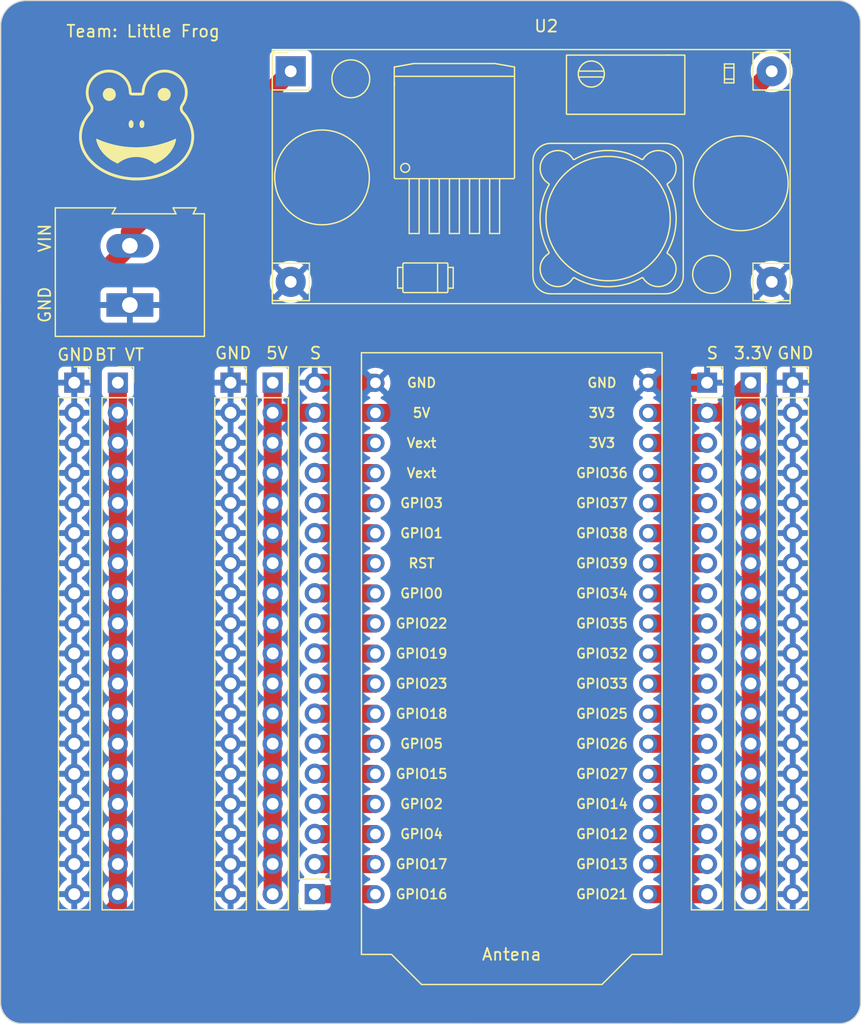
<source format=kicad_pcb>
(kicad_pcb (version 20221018) (generator pcbnew)
  (layers (0 "F.Cu" signal) (31 "B.Cu" signal) (34 "B.Paste" user) (35 "F.Paste" user) (36 "B.SilkS" user "B.Silkscreen") (37 "F.SilkS" user "F.Silkscreen") (38 "B.Mask" user) (39 "F.Mask" user) (44 "Edge.Cuts" user))
  (net 0 "")
  (net 1 "Net-(J1-Pin_1)")
  (net 2 "Net-(J1-Pin_2)")
  (net 3 "Net-(J1-Pin_3)")
  (net 4 "Net-(J1-Pin_4)")
  (net 5 "Net-(J1-Pin_5)")
  (net 6 "Net-(J1-Pin_6)")
  (net 7 "Net-(J1-Pin_7)")
  (net 8 "Net-(J1-Pin_8)")
  (net 9 "Net-(J1-Pin_9)")
  (net 10 "Net-(J1-Pin_10)")
  (net 11 "Net-(J1-Pin_11)")
  (net 12 "Net-(J1-Pin_12)")
  (net 13 "Net-(J1-Pin_13)")
  (net 14 "Net-(J1-Pin_14)")
  (net 15 "Net-(J1-Pin_15)")
  (net 16 "Net-(J1-Pin_16)")
  (net 17 "Net-(J1-Pin_17)")
  (net 18 "GND")
  (net 19 "Net-(J2-Pin_2)")
  (net 20 "Net-(J2-Pin_3)")
  (net 21 "Net-(J2-Pin_4)")
  (net 22 "Net-(J2-Pin_5)")
  (net 23 "Net-(J2-Pin_6)")
  (net 24 "Net-(J2-Pin_7)")
  (net 25 "Net-(J2-Pin_8)")
  (net 26 "Net-(J2-Pin_9)")
  (net 27 "Net-(J2-Pin_10)")
  (net 28 "Net-(J2-Pin_11)")
  (net 29 "Net-(J2-Pin_12)")
  (net 30 "Net-(J2-Pin_13)")
  (net 31 "Net-(J2-Pin_14)")
  (net 32 "Net-(J2-Pin_15)")
  (net 33 "Net-(J2-Pin_16)")
  (net 34 "Net-(J2-Pin_17)")
  (net 35 "Net-(J2-Pin_18)")
  (net 36 "Net-(J7-Pin_2)")
  (footprint "Connector_PinSocket_2.54mm:PinSocket_1x18_P2.54mm_Vertical" (layer "F.Cu") (at 164.465 71.755)
    (fp_text reference "J3" hide)
    (fp_text value "Conn_01x18_Socket" hide)
    (pad "1" thru_hole rect (at 0 0) (size 1.7 1.7) (drill 1) (layers "*.Cu" "*.Mask") (net 19 "Net-(J2-Pin_2)"))
    (pad "2" thru_hole oval (at 0 2.54) (size 1.7 1.7) (drill 1) (layers "*.Cu" "*.Mask") (net 19 "Net-(J2-Pin_2)"))
    (pad "3" thru_hole oval (at 0 5.08) (size 1.7 1.7) (drill 1) (layers "*.Cu" "*.Mask") (net 19 "Net-(J2-Pin_2)"))
    (pad "4" thru_hole oval (at 0 7.62) (size 1.7 1.7) (drill 1) (layers "*.Cu" "*.Mask") (net 19 "Net-(J2-Pin_2)"))
    (pad "5" thru_hole oval (at 0 10.16) (size 1.7 1.7) (drill 1) (layers "*.Cu" "*.Mask") (net 19 "Net-(J2-Pin_2)"))
    (pad "6" thru_hole oval (at 0 12.7) (size 1.7 1.7) (drill 1) (layers "*.Cu" "*.Mask") (net 19 "Net-(J2-Pin_2)"))
    (pad "7" thru_hole oval (at 0 15.24) (size 1.7 1.7) (drill 1) (layers "*.Cu" "*.Mask") (net 19 "Net-(J2-Pin_2)"))
    (pad "8" thru_hole oval (at 0 17.78) (size 1.7 1.7) (drill 1) (layers "*.Cu" "*.Mask") (net 19 "Net-(J2-Pin_2)"))
    (pad "9" thru_hole oval (at 0 20.32) (size 1.7 1.7) (drill 1) (layers "*.Cu" "*.Mask") (net 19 "Net-(J2-Pin_2)"))
    (pad "10" thru_hole oval (at 0 22.86) (size 1.7 1.7) (drill 1) (layers "*.Cu" "*.Mask") (net 19 "Net-(J2-Pin_2)"))
    (pad "11" thru_hole oval (at 0 25.4) (size 1.7 1.7) (drill 1) (layers "*.Cu" "*.Mask") (net 19 "Net-(J2-Pin_2)"))
    (pad "12" thru_hole oval (at 0 27.94) (size 1.7 1.7) (drill 1) (layers "*.Cu" "*.Mask") (net 19 "Net-(J2-Pin_2)"))
    (pad "13" thru_hole oval (at 0 30.48) (size 1.7 1.7) (drill 1) (layers "*.Cu" "*.Mask") (net 19 "Net-(J2-Pin_2)"))
    (pad "14" thru_hole oval (at 0 33.02) (size 1.7 1.7) (drill 1) (layers "*.Cu" "*.Mask") (net 19 "Net-(J2-Pin_2)"))
    (pad "15" thru_hole oval (at 0 35.56) (size 1.7 1.7) (drill 1) (layers "*.Cu" "*.Mask") (net 19 "Net-(J2-Pin_2)"))
    (pad "16" thru_hole oval (at 0 38.1) (size 1.7 1.7) (drill 1) (layers "*.Cu" "*.Mask") (net 19 "Net-(J2-Pin_2)"))
    (pad "17" thru_hole oval (at 0 40.64) (size 1.7 1.7) (drill 1) (layers "*.Cu" "*.Mask") (net 19 "Net-(J2-Pin_2)"))
    (pad "18" thru_hole oval (at 0 43.18) (size 1.7 1.7) (drill 1) (layers "*.Cu" "*.Mask") (net 19 "Net-(J2-Pin_2)"))
  )
  (footprint "voltage regulator esp lora:DCDC_StepDown_LM2596" (layer "F.Cu") (at 125.603 45.466)
    (fp_text reference "U2" (at 21.59 -3.81) (layer "F.SilkS"))
    (fp_text value "DCDC_StepDown_LM2596")
    (pad "1" thru_hole rect (at 0 0) (size 2.54 2.54) (drill 1) (layers "*.Cu" "*.Mask") (net 36 "Net-(J7-Pin_2)"))
    (pad "2" thru_hole circle (at 0 17.78) (size 2.54 2.54) (drill 1) (layers "*.Cu" "*.Mask") (net 18 "GND"))
    (pad "3" thru_hole circle (at 40.64 17.78) (size 2.54 2.54) (drill 1) (layers "*.Cu" "*.Mask") (net 18 "GND"))
    (pad "4" thru_hole circle (at 40.64 0) (size 2.54 2.54) (drill 1) (layers "*.Cu" "*.Mask") (net 17 "Net-(J1-Pin_17)"))
  )
  (footprint "Connector_PinSocket_2.54mm:PinSocket_1x18_P2.54mm_Vertical" (layer "F.Cu") (at 127.635 114.935 180)
    (fp_text reference "J1" hide)
    (fp_text value "Conn_01x18_Socket")
    (pad "1" thru_hole rect (at 0 0 180) (size 1.7 1.7) (drill 1) (layers "*.Cu" "*.Mask") (net 1 "Net-(J1-Pin_1)"))
    (pad "2" thru_hole oval (at 0 2.54 180) (size 1.7 1.7) (drill 1) (layers "*.Cu" "*.Mask") (net 2 "Net-(J1-Pin_2)"))
    (pad "3" thru_hole oval (at 0 5.08 180) (size 1.7 1.7) (drill 1) (layers "*.Cu" "*.Mask") (net 3 "Net-(J1-Pin_3)"))
    (pad "4" thru_hole oval (at 0 7.62 180) (size 1.7 1.7) (drill 1) (layers "*.Cu" "*.Mask") (net 4 "Net-(J1-Pin_4)"))
    (pad "5" thru_hole oval (at 0 10.16 180) (size 1.7 1.7) (drill 1) (layers "*.Cu" "*.Mask") (net 5 "Net-(J1-Pin_5)"))
    (pad "6" thru_hole oval (at 0 12.7 180) (size 1.7 1.7) (drill 1) (layers "*.Cu" "*.Mask") (net 6 "Net-(J1-Pin_6)"))
    (pad "7" thru_hole oval (at 0 15.24 180) (size 1.7 1.7) (drill 1) (layers "*.Cu" "*.Mask") (net 7 "Net-(J1-Pin_7)"))
    (pad "8" thru_hole oval (at 0 17.78 180) (size 1.7 1.7) (drill 1) (layers "*.Cu" "*.Mask") (net 8 "Net-(J1-Pin_8)"))
    (pad "9" thru_hole oval (at 0 20.32 180) (size 1.7 1.7) (drill 1) (layers "*.Cu" "*.Mask") (net 9 "Net-(J1-Pin_9)"))
    (pad "10" thru_hole oval (at 0 22.86 180) (size 1.7 1.7) (drill 1) (layers "*.Cu" "*.Mask") (net 10 "Net-(J1-Pin_10)"))
    (pad "11" thru_hole oval (at 0 25.4 180) (size 1.7 1.7) (drill 1) (layers "*.Cu" "*.Mask") (net 11 "Net-(J1-Pin_11)"))
    (pad "12" thru_hole oval (at 0 27.94 180) (size 1.7 1.7) (drill 1) (layers "*.Cu" "*.Mask") (net 12 "Net-(J1-Pin_12)"))
    (pad "13" thru_hole oval (at 0 30.48 180) (size 1.7 1.7) (drill 1) (layers "*.Cu" "*.Mask") (net 13 "Net-(J1-Pin_13)"))
    (pad "14" thru_hole oval (at 0 33.02 180) (size 1.7 1.7) (drill 1) (layers "*.Cu" "*.Mask") (net 14 "Net-(J1-Pin_14)"))
    (pad "15" thru_hole oval (at 0 35.56 180) (size 1.7 1.7) (drill 1) (layers "*.Cu" "*.Mask") (net 15 "Net-(J1-Pin_15)"))
    (pad "16" thru_hole oval (at 0 38.1 180) (size 1.7 1.7) (drill 1) (layers "*.Cu" "*.Mask") (net 16 "Net-(J1-Pin_16)"))
    (pad "17" thru_hole oval (at 0 40.64 180) (size 1.7 1.7) (drill 1) (layers "*.Cu" "*.Mask") (net 17 "Net-(J1-Pin_17)"))
    (pad "18" thru_hole oval (at 0 43.18 180) (size 1.7 1.7) (drill 1) (layers "*.Cu" "*.Mask") (net 18 "GND"))
  )
  (footprint "Connector_PinSocket_2.54mm:PinSocket_1x18_P2.54mm_Vertical" (layer "F.Cu") (at 120.523 71.755)
    (fp_text reference "J6" hide)
    (fp_text value "Conn_01x18_Socket" hide)
    (pad "1" thru_hole rect (at 0 0) (size 1.7 1.7) (drill 1) (layers "*.Cu" "*.Mask") (net 18 "GND"))
    (pad "2" thru_hole oval (at 0 2.54) (size 1.7 1.7) (drill 1) (layers "*.Cu" "*.Mask") (net 18 "GND"))
    (pad "3" thru_hole oval (at 0 5.08) (size 1.7 1.7) (drill 1) (layers "*.Cu" "*.Mask") (net 18 "GND"))
    (pad "4" thru_hole oval (at 0 7.62) (size 1.7 1.7) (drill 1) (layers "*.Cu" "*.Mask") (net 18 "GND"))
    (pad "5" thru_hole oval (at 0 10.16) (size 1.7 1.7) (drill 1) (layers "*.Cu" "*.Mask") (net 18 "GND"))
    (pad "6" thru_hole oval (at 0 12.7) (size 1.7 1.7) (drill 1) (layers "*.Cu" "*.Mask") (net 18 "GND"))
    (pad "7" thru_hole oval (at 0 15.24) (size 1.7 1.7) (drill 1) (layers "*.Cu" "*.Mask") (net 18 "GND"))
    (pad "8" thru_hole oval (at 0 17.78) (size 1.7 1.7) (drill 1) (layers "*.Cu" "*.Mask") (net 18 "GND"))
    (pad "9" thru_hole oval (at 0 20.32) (size 1.7 1.7) (drill 1) (layers "*.Cu" "*.Mask") (net 18 "GND"))
    (pad "10" thru_hole oval (at 0 22.86) (size 1.7 1.7) (drill 1) (layers "*.Cu" "*.Mask") (net 18 "GND"))
    (pad "11" thru_hole oval (at 0 25.4) (size 1.7 1.7) (drill 1) (layers "*.Cu" "*.Mask") (net 18 "GND"))
    (pad "12" thru_hole oval (at 0 27.94) (size 1.7 1.7) (drill 1) (layers "*.Cu" "*.Mask") (net 18 "GND"))
    (pad "13" thru_hole oval (at 0 30.48) (size 1.7 1.7) (drill 1) (layers "*.Cu" "*.Mask") (net 18 "GND"))
    (pad "14" thru_hole oval (at 0 33.02) (size 1.7 1.7) (drill 1) (layers "*.Cu" "*.Mask") (net 18 "GND"))
    (pad "15" thru_hole oval (at 0 35.56) (size 1.7 1.7) (drill 1) (layers "*.Cu" "*.Mask") (net 18 "GND"))
    (pad "16" thru_hole oval (at 0 38.1) (size 1.7 1.7) (drill 1) (layers "*.Cu" "*.Mask") (net 18 "GND"))
    (pad "17" thru_hole oval (at 0 40.64) (size 1.7 1.7) (drill 1) (layers "*.Cu" "*.Mask") (net 18 "GND"))
    (pad "18" thru_hole oval (at 0 43.18) (size 1.7 1.7) (drill 1) (layers "*.Cu" "*.Mask") (net 18 "GND"))
  )
  (footprint "Connector_PinSocket_2.54mm:PinSocket_1x18_P2.54mm_Vertical" (layer "F.Cu") (at 110.998 71.755)
    (fp_text reference "J8" hide)
    (fp_text value "Conn_01x18_Socket" hide)
    (pad "1" thru_hole rect (at 0 0) (size 1.7 1.7) (drill 1) (layers "*.Cu" "*.Mask") (net 36 "Net-(J7-Pin_2)"))
    (pad "2" thru_hole oval (at 0 2.54) (size 1.7 1.7) (drill 1) (layers "*.Cu" "*.Mask") (net 36 "Net-(J7-Pin_2)"))
    (pad "3" thru_hole oval (at 0 5.08) (size 1.7 1.7) (drill 1) (layers "*.Cu" "*.Mask") (net 36 "Net-(J7-Pin_2)"))
    (pad "4" thru_hole oval (at 0 7.62) (size 1.7 1.7) (drill 1) (layers "*.Cu" "*.Mask") (net 36 "Net-(J7-Pin_2)"))
    (pad "5" thru_hole oval (at 0 10.16) (size 1.7 1.7) (drill 1) (layers "*.Cu" "*.Mask") (net 36 "Net-(J7-Pin_2)"))
    (pad "6" thru_hole oval (at 0 12.7) (size 1.7 1.7) (drill 1) (layers "*.Cu" "*.Mask") (net 36 "Net-(J7-Pin_2)"))
    (pad "7" thru_hole oval (at 0 15.24) (size 1.7 1.7) (drill 1) (layers "*.Cu" "*.Mask") (net 36 "Net-(J7-Pin_2)"))
    (pad "8" thru_hole oval (at 0 17.78) (size 1.7 1.7) (drill 1) (layers "*.Cu" "*.Mask") (net 36 "Net-(J7-Pin_2)"))
    (pad "9" thru_hole oval (at 0 20.32) (size 1.7 1.7) (drill 1) (layers "*.Cu" "*.Mask") (net 36 "Net-(J7-Pin_2)"))
    (pad "10" thru_hole oval (at 0 22.86) (size 1.7 1.7) (drill 1) (layers "*.Cu" "*.Mask") (net 36 "Net-(J7-Pin_2)"))
    (pad "11" thru_hole oval (at 0 25.4) (size 1.7 1.7) (drill 1) (layers "*.Cu" "*.Mask") (net 36 "Net-(J7-Pin_2)"))
    (pad "12" thru_hole oval (at 0 27.94) (size 1.7 1.7) (drill 1) (layers "*.Cu" "*.Mask") (net 36 "Net-(J7-Pin_2)"))
    (pad "13" thru_hole oval (at 0 30.48) (size 1.7 1.7) (drill 1) (layers "*.Cu" "*.Mask") (net 36 "Net-(J7-Pin_2)"))
    (pad "14" thru_hole oval (at 0 33.02) (size 1.7 1.7) (drill 1) (layers "*.Cu" "*.Mask") (net 36 "Net-(J7-Pin_2)"))
    (pad "15" thru_hole oval (at 0 35.56) (size 1.7 1.7) (drill 1) (layers "*.Cu" "*.Mask") (net 36 "Net-(J7-Pin_2)"))
    (pad "16" thru_hole oval (at 0 38.1) (size 1.7 1.7) (drill 1) (layers "*.Cu" "*.Mask") (net 36 "Net-(J7-Pin_2)"))
    (pad "17" thru_hole oval (at 0 40.64) (size 1.7 1.7) (drill 1) (layers "*.Cu" "*.Mask") (net 36 "Net-(J7-Pin_2)"))
    (pad "18" thru_hole oval (at 0 43.18) (size 1.7 1.7) (drill 1) (layers "*.Cu" "*.Mask") (net 36 "Net-(J7-Pin_2)"))
  )
  (footprint "esp32_Lora_footprint:esp32Lora_foot_Print" (layer "F.Cu") (at 144.28 97.168)
    (fp_text reference "U1" hide)
    (fp_text value "~")
    (fp_text user "GPIO0" (at -7.62 -7.62) (layer "F.SilkS") (effects (font (size 0.8 0.8))))
    (fp_text user "GPIO36" (at 7.62 -17.78) (layer "F.SilkS") (effects (font (size 0.8 0.8))))
    (fp_text user "3V3" (at 7.62 -20.32) (layer "F.SilkS") (effects (font (size 0.8 0.8))))
    (fp_text user "GPIO23" (at -7.62 0) (layer "F.SilkS") (effects (font (size 0.8 0.8))))
    (fp_text user "RST" (at -7.62 -10.16) (layer "F.SilkS") (effects (font (size 0.8 0.8))))
    (fp_text user "GPIO26" (at 7.62 5.08) (layer "F.SilkS") (effects (font (size 0.8 0.8))))
    (fp_text user "GPIO5" (at -7.62 5.08) (layer "F.SilkS") (effects (font (size 0.8 0.8))))
    (fp_text user "GPIO35" (at 7.62 -5.08) (layer "F.SilkS") (effects (font (size 0.8 0.8))))
    (fp_text user "GPIO3" (at -7.62 -15.24) (layer "F.SilkS") (effects (font (size 0.8 0.8))))
    (fp_text user "Vext" (at -7.62 -17.78) (layer "F.SilkS") (effects (font (size 0.8 0.8))))
    (fp_text user "GND" (at 7.62 -25.4) (layer "F.SilkS") (effects (font (size 0.8 0.8))))
    (fp_text user "GPIO38" (at 7.62 -12.7) (layer "F.SilkS") (effects (font (size 0.8 0.8))))
    (fp_text user "GPIO13" (at 7.62 15.24) (layer "F.SilkS") (effects (font (size 0.8 0.8))))
    (fp_text user "GPIO33" (at 7.62 0) (layer "F.SilkS") (effects (font (size 0.8 0.8))))
    (fp_text user "GPIO39" (at 7.62 -10.16) (layer "F.SilkS") (effects (font (size 0.8 0.8))))
    (fp_text user "GPIO25" (at 7.62 2.54) (layer "F.SilkS") (effects (font (size 0.8 0.8))))
    (fp_text user "GPIO18" (at -7.62 2.54) (layer "F.SilkS") (effects (font (size 0.8 0.8))))
    (fp_text user "GPIO27" (at 7.62 7.62) (layer "F.SilkS") (effects (font (size 0.8 0.8))))
    (fp_text user "GPIO12" (at 7.62 12.7) (layer "F.SilkS") (effects (font (size 0.8 0.8))))
    (fp_text user "GND" (at -7.62 -25.4) (layer "F.SilkS") (effects (font (size 0.8 0.8))))
    (fp_text user "GPIO4" (at -7.62 12.7) (layer "F.SilkS") (effects (font (size 0.8 0.8))))
    (fp_text user "GPIO22" (at -7.62 -5.08) (layer "F.SilkS") (effects (font (size 0.8 0.8))))
    (fp_text user "Vext" (at -7.62 -20.32) (layer "F.SilkS") (effects (font (size 0.8 0.8))))
    (fp_text user "GPIO21" (at 7.62 17.78) (layer "F.SilkS") (effects (font (size 0.8 0.8))))
    (fp_text user "GPIO14" (at 7.62 10.16) (layer "F.SilkS") (effects (font (size 0.8 0.8))))
    (fp_text user "GPIO16" (at -7.62 17.78) (layer "F.SilkS") (effects (font (size 0.8 0.8))))
    (fp_text user "5V" (at -7.62 -22.86) (layer "F.SilkS") (effects (font (size 0.8 0.8))))
    (fp_text user "GPIO15" (at -7.62 7.62) (layer "F.SilkS") (effects (font (size 0.8 0.8))))
    (fp_text user "GPIO1" (at -7.62 -12.7) (layer "F.SilkS") (effects (font (size 0.8 0.8))))
    (fp_text user "GPIO2" (at -7.62 10.16) (layer "F.SilkS") (effects (font (size 0.8 0.8))))
    (fp_text user "GPIO17" (at -7.62 15.24) (layer "F.SilkS") (effects (font (size 0.8 0.8))))
    (fp_text user "GPIO37" (at 7.62 -15.24) (layer "F.SilkS") (effects (font (size 0.8 0.8))))
    (fp_text user "GPIO19" (at -7.62 -2.54) (layer "F.SilkS") (effects (font (size 0.8 0.8))))
    (fp_text user "GPIO32" (at 7.62 -2.54) (layer "F.SilkS") (effects (font (size 0.8 0.8))))
    (fp_text user "3V3" (at 7.62 -22.86) (layer "F.SilkS") (effects (font (size 0.8 0.8))))
    (fp_text user "Antena" (at 0 22.86) (layer "F.SilkS"))
    (fp_text user "GPIO34" (at 7.62 -7.62) (layer "F.SilkS") (effects (font (size 0.8 0.8))))
    (pad "J2-1" thru_hole circle (at -11.515 -25.4) (size 1.524 1.524) (drill 0.9) (layers "*.Cu" "*.Mask") (net 18 "GND"))
    (pad "J2-2" thru_hole circle (at -11.515 -22.86) (size 1.524 1.524) (drill 0.9) (layers "*.Cu" "*.Mask") (net 17 "Net-(J1-Pin_17)"))
    (pad "J2-3" thru_hole circle (at -11.515 -20.32) (size 1.524 1.524) (drill 0.9) (layers "*.Cu" "*.Mask") (net 16 "Net-(J1-Pin_16)"))
    (pad "J2-4" thru_hole circle (at -11.515 -17.78) (size 1.524 1.524) (drill 0.9) (layers "*.Cu" "*.Mask") (net 15 "Net-(J1-Pin_15)"))
    (pad "J2-5" thru_hole circle (at -11.515 -15.24) (size 1.524 1.524) (drill 0.9) (layers "*.Cu" "*.Mask") (net 14 "Net-(J1-Pin_14)"))
    (pad "J2-6" thru_hole circle (at -11.515 -12.7) (size 1.524 1.524) (drill 0.9) (layers "*.Cu" "*.Mask") (net 13 "Net-(J1-Pin_13)"))
    (pad "J2-7" thru_hole circle (at -11.515 -10.16) (size 1.524 1.524) (drill 0.9) (layers "*.Cu" "*.Mask") (net 12 "Net-(J1-Pin_12)"))
    (pad "J2-8" thru_hole circle (at -11.515 -7.62) (size 1.524 1.524) (drill 0.9) (layers "*.Cu" "*.Mask") (net 11 "Net-(J1-Pin_11)"))
    (pad "J2-9" thru_hole circle (at -11.515 -5.08) (size 1.524 1.524) (drill 0.9) (layers "*.Cu" "*.Mask") (net 10 "Net-(J1-Pin_10)"))
    (pad "J2-10" thru_hole circle (at -11.515 -2.54) (size 1.524 1.524) (drill 0.9) (layers "*.Cu" "*.Mask") (net 9 "Net-(J1-Pin_9)"))
    (pad "J2-11" thru_hole circle (at -11.515 0) (size 1.524 1.524) (drill 0.9) (layers "*.Cu" "*.Mask") (net 8 "Net-(J1-Pin_8)"))
    (pad "J2-12" thru_hole circle (at -11.515 2.54) (size 1.524 1.524) (drill 0.9) (layers "*.Cu" "*.Mask") (net 7 "Net-(J1-Pin_7)"))
    (pad "J2-13" thru_hole circle (at -11.515 5.08) (size 1.524 1.524) (drill 0.9) (layers "*.Cu" "*.Mask") (net 6 "Net-(J1-Pin_6)"))
    (pad "J2-14" thru_hole circle (at -11.515 7.62) (size 1.524 1.524) (drill 0.9) (layers "*.Cu" "*.Mask") (net 5 "Net-(J1-Pin_5)"))
    (pad "J2-15" thru_hole circle (at -11.515 10.16) (size 1.524 1.524) (drill 0.9) (layers "*.Cu" "*.Mask") (net 4 "Net-(J1-Pin_4)"))
    (pad "J2-16" thru_hole circle (at -11.515 12.7) (size 1.524 1.524) (drill 0.9) (layers "*.Cu" "*.Mask") (net 3 "Net-(J1-Pin_3)"))
    (pad "J2-17" thru_hole circle (at -11.515 15.24) (size 1.524 1.524) (drill 0.9) (layers "*.Cu" "*.Mask") (net 2 "Net-(J1-Pin_2)"))
    (pad "J2-18" thru_hole circle (at -11.515 17.78) (size 1.524 1.524) (drill 0.9) (layers "*.Cu" "*.Mask") (net 1 "Net-(J1-Pin_1)"))
    (pad "J3-1" thru_hole circle (at 11.515 -25.4) (size 1.524 1.524) (drill 0.9) (layers "*.Cu" "*.Mask") (net 18 "GND"))
    (pad "J3-2" thru_hole circle (at 11.515 -22.86) (size 1.524 1.524) (drill 0.9) (layers "*.Cu" "*.Mask") (net 19 "Net-(J2-Pin_2)"))
    (pad "J3-3" thru_hole circle (at 11.515 -20.32) (size 1.524 1.524) (drill 0.9) (layers "*.Cu" "*.Mask") (net 20 "Net-(J2-Pin_3)"))
    (pad "J3-4" thru_hole circle (at 11.515 -17.78) (size 1.524 1.524) (drill 0.9) (layers "*.Cu" "*.Mask") (net 21 "Net-(J2-Pin_4)"))
    (pad "J3-5" thru_hole circle (at 11.515 -15.24) (size 1.524 1.524) (drill 0.9) (layers "*.Cu" "*.Mask") (net 22 "Net-(J2-Pin_5)"))
    (pad "J3-6" thru_hole circle (at 11.515 -12.7) (size 1.524 1.524) (drill 0.9) (layers "*.Cu" "*.Mask") (net 23 "Net-(J2-Pin_6)"))
    (pad "J3-7" thru_hole circle (at 11.515 -10.16) (size 1.524 1.524) (drill 0.9) (layers "*.Cu" "*.Mask") (net 24 "Net-(J2-Pin_7)"))
    (pad "J3-8" thru_hole circle (at 11.515 -7.62) (size 1.524 1.524) (drill 0.9) (layers "*.Cu" "*.Mask") (net 25 "Net-(J2-Pin_8)"))
    (pad "J3-9" thru_hole circle (at 11.515 -5.08) (size 1.524 1.524) (drill 0.9) (layers "*.Cu" "*.Mask") (net 26 "Net-(J2-Pin_9)"))
    (pad "J3-10" thru_hole circle (at 11.515 -2.54) (size 1.524 1.524) (drill 0.9) (layers "*.Cu" "*.Mask") (net 27 "Net-(J2-Pin_10)"))
    (pad "J3-11" thru_hole circle (at 11.515 0) (size 1.524 1.524) (drill 0.9) (layers "*.Cu" "*.Mask") (net 28 "Net-(J2-Pin_11)"))
    (pad "J3-12" thru_hole circle (at 11.515 2.54) (size 1.524 1.524) (drill 0.9) (layers "*.Cu" "*.Mask") (net 29 "Net-(J2-Pin_12)"))
    (pad "J3-13" thru_hole circle (at 11.515 5.08) (size 1.524 1.524) (drill 0.9) (layers "*.Cu" "*.Mask") (net 30 "Net-(J2-Pin_13)"))
    (pad "J3-14" thru_hole circle (at 11.515 7.62) (size 1.524 1.524) (drill 0.9) (layers "*.Cu" "*.Mask") (net 31 "Net-(J2-Pin_14)"))
    (pad "J3-15" thru_hole circle (at 11.515 10.16) (size 1.524 1.524) (drill 0.9) (layers "*.Cu" "*.Mask") (net 32 "Net-(J2-Pin_15)"))
    (pad "J3-16" thru_hole circle (at 11.515 12.7) (size 1.524 1.524) (drill 0.9) (layers "*.Cu" "*.Mask") (net 33 "Net-(J2-Pin_16)"))
    (pad "J3-17" thru_hole circle (at 11.515 15.24) (size 1.524 1.524) (drill 0.9) (layers "*.Cu" "*.Mask") (net 34 "Net-(J2-Pin_17)"))
    (pad "J3-18" thru_hole circle (at 11.515 17.78) (size 1.524 1.524) (drill 0.9) (layers "*.Cu" "*.Mask") (net 35 "Net-(J2-Pin_18)"))
  )
  (footprint "Connector_PinSocket_2.54mm:PinSocket_1x18_P2.54mm_Vertical" (layer "F.Cu") (at 124.079 71.755)
    (fp_text reference "J5" hide)
    (fp_text value "Conn_01x18_Socket" hide)
    (pad "1" thru_hole rect (at 0 0) (size 1.7 1.7) (drill 1) (layers "*.Cu" "*.Mask") (net 17 "Net-(J1-Pin_17)"))
    (pad "2" thru_hole oval (at 0 2.54) (size 1.7 1.7) (drill 1) (layers "*.Cu" "*.Mask") (net 17 "Net-(J1-Pin_17)"))
    (pad "3" thru_hole oval (at 0 5.08) (size 1.7 1.7) (drill 1) (layers "*.Cu" "*.Mask") (net 17 "Net-(J1-Pin_17)"))
    (pad "4" thru_hole oval (at 0 7.62) (size 1.7 1.7) (drill 1) (layers "*.Cu" "*.Mask") (net 17 "Net-(J1-Pin_17)"))
    (pad "5" thru_hole oval (at 0 10.16) (size 1.7 1.7) (drill 1) (layers "*.Cu" "*.Mask") (net 17 "Net-(J1-Pin_17)"))
    (pad "6" thru_hole oval (at 0 12.7) (size 1.7 1.7) (drill 1) (layers "*.Cu" "*.Mask") (net 17 "Net-(J1-Pin_17)"))
    (pad "7" thru_hole oval (at 0 15.24) (size 1.7 1.7) (drill 1) (layers "*.Cu" "*.Mask") (net 17 "Net-(J1-Pin_17)"))
    (pad "8" thru_hole oval (at 0 17.78) (size 1.7 1.7) (drill 1) (layers "*.Cu" "*.Mask") (net 17 "Net-(J1-Pin_17)"))
    (pad "9" thru_hole oval (at 0 20.32) (size 1.7 1.7) (drill 1) (layers "*.Cu" "*.Mask") (net 17 "Net-(J1-Pin_17)"))
    (pad "10" thru_hole oval (at 0 22.86) (size 1.7 1.7) (drill 1) (layers "*.Cu" "*.Mask") (net 17 "Net-(J1-Pin_17)"))
    (pad "11" thru_hole oval (at 0 25.4) (size 1.7 1.7) (drill 1) (layers "*.Cu" "*.Mask") (net 17 "Net-(J1-Pin_17)"))
    (pad "12" thru_hole oval (at 0 27.94) (size 1.7 1.7) (drill 1) (layers "*.Cu" "*.Mask") (net 17 "Net-(J1-Pin_17)"))
    (pad "13" thru_hole oval (at 0 30.48) (size 1.7 1.7) (drill 1) (layers "*.Cu" "*.Mask") (net 17 "Net-(J1-Pin_17)"))
    (pad "14" thru_hole oval (at 0 33.02) (size 1.7 1.7) (drill 1) (layers "*.Cu" "*.Mask") (net 17 "Net-(J1-Pin_17)"))
    (pad "15" thru_hole oval (at 0 35.56) (size 1.7 1.7) (drill 1) (layers "*.Cu" "*.Mask") (net 17 "Net-(J1-Pin_17)"))
    (pad "16" thru_hole oval (at 0 38.1) (size 1.7 1.7) (drill 1) (layers "*.Cu" "*.Mask") (net 17 "Net-(J1-Pin_17)"))
    (pad "17" thru_hole oval (at 0 40.64) (size 1.7 1.7) (drill 1) (layers "*.Cu" "*.Mask") (net 17 "Net-(J1-Pin_17)"))
    (pad "18" thru_hole oval (at 0 43.18) (size 1.7 1.7) (drill 1) (layers "*.Cu" "*.Mask") (net 17 "Net-(J1-Pin_17)"))
  )
  (footprint "TerminalBlock:TerminalBlock_Altech_AK300-2_P5.00mm" (layer "F.Cu") (at 112.014 65.198 90)
    (fp_text reference "J7" hide)
    (fp_text value "Screw_Terminal_01x02")
    (pad "1" thru_hole rect (at 0 0 90) (size 1.98 3.96) (drill 1.32) (layers "*.Cu" "*.Mask") (net 18 "GND"))
    (pad "2" thru_hole oval (at 5 0 90) (size 1.98 3.96) (drill 1.32) (layers "*.Cu" "*.Mask") (net 36 "Net-(J7-Pin_2)"))
  )
  (footprint "Connector_PinSocket_2.54mm:PinSocket_1x18_P2.54mm_Vertical" (layer "F.Cu") (at 107.315 71.755)
    (fp_text reference "J9" hide)
    (fp_text value "Conn_01x18_Socket" hide)
    (pad "1" thru_hole rect (at 0 0) (size 1.7 1.7) (drill 1) (layers "*.Cu" "*.Mask") (net 18 "GND"))
    (pad "2" thru_hole oval (at 0 2.54) (size 1.7 1.7) (drill 1) (layers "*.Cu" "*.Mask") (net 18 "GND"))
    (pad "3" thru_hole oval (at 0 5.08) (size 1.7 1.7) (drill 1) (layers "*.Cu" "*.Mask") (net 18 "GND"))
    (pad "4" thru_hole oval (at 0 7.62) (size 1.7 1.7) (drill 1) (layers "*.Cu" "*.Mask") (net 18 "GND"))
    (pad "5" thru_hole oval (at 0 10.16) (size 1.7 1.7) (drill 1) (layers "*.Cu" "*.Mask") (net 18 "GND"))
    (pad "6" thru_hole oval (at 0 12.7) (size 1.7 1.7) (drill 1) (layers "*.Cu" "*.Mask") (net 18 "GND"))
    (pad "7" thru_hole oval (at 0 15.24) (size 1.7 1.7) (drill 1) (layers "*.Cu" "*.Mask") (net 18 "GND"))
    (pad "8" thru_hole oval (at 0 17.78) (size 1.7 1.7) (drill 1) (layers "*.Cu" "*.Mask") (net 18 "GND"))
    (pad "9" thru_hole oval (at 0 20.32) (size 1.7 1.7) (drill 1) (layers "*.Cu" "*.Mask") (net 18 "GND"))
    (pad "10" thru_hole oval (at 0 22.86) (size 1.7 1.7) (drill 1) (layers "*.Cu" "*.Mask") (net 18 "GND"))
    (pad "11" thru_hole oval (at 0 25.4) (size 1.7 1.7) (drill 1) (layers "*.Cu" "*.Mask") (net 18 "GND"))
    (pad "12" thru_hole oval (at 0 27.94) (size 1.7 1.7) (drill 1) (layers "*.Cu" "*.Mask") (net 18 "GND"))
    (pad "13" thru_hole oval (at 0 30.48) (size 1.7 1.7) (drill 1) (layers "*.Cu" "*.Mask") (net 18 "GND"))
    (pad "14" thru_hole oval (at 0 33.02) (size 1.7 1.7) (drill 1) (layers "*.Cu" "*.Mask") (net 18 "GND"))
    (pad "15" thru_hole oval (at 0 35.56) (size 1.7 1.7) (drill 1) (layers "*.Cu" "*.Mask") (net 18 "GND"))
    (pad "16" thru_hole oval (at 0 38.1) (size 1.7 1.7) (drill 1) (layers "*.Cu" "*.Mask") (net 18 "GND"))
    (pad "17" thru_hole oval (at 0 40.64) (size 1.7 1.7) (drill 1) (layers "*.Cu" "*.Mask") (net 18 "GND"))
    (pad "18" thru_hole oval (at 0 43.18) (size 1.7 1.7) (drill 1) (layers "*.Cu" "*.Mask") (net 18 "GND"))
  )
  (footprint "Connector_PinSocket_2.54mm:PinSocket_1x18_P2.54mm_Vertical" (layer "F.Cu") (at 160.782 71.755)
    (fp_text reference "J2" hide)
    (fp_text value "Conn_01x18_Socket" hide)
    (pad "1" thru_hole rect (at 0 0) (size 1.7 1.7) (drill 1) (layers "*.Cu" "*.Mask") (net 18 "GND"))
    (pad "2" thru_hole oval (at 0 2.54) (size 1.7 1.7) (drill 1) (layers "*.Cu" "*.Mask") (net 19 "Net-(J2-Pin_2)"))
    (pad "3" thru_hole oval (at 0 5.08) (size 1.7 1.7) (drill 1) (layers "*.Cu" "*.Mask") (net 20 "Net-(J2-Pin_3)"))
    (pad "4" thru_hole oval (at 0 7.62) (size 1.7 1.7) (drill 1) (layers "*.Cu" "*.Mask") (net 21 "Net-(J2-Pin_4)"))
    (pad "5" thru_hole oval (at 0 10.16) (size 1.7 1.7) (drill 1) (layers "*.Cu" "*.Mask") (net 22 "Net-(J2-Pin_5)"))
    (pad "6" thru_hole oval (at 0 12.7) (size 1.7 1.7) (drill 1) (layers "*.Cu" "*.Mask") (net 23 "Net-(J2-Pin_6)"))
    (pad "7" thru_hole oval (at 0 15.24) (size 1.7 1.7) (drill 1) (layers "*.Cu" "*.Mask") (net 24 "Net-(J2-Pin_7)"))
    (pad "8" thru_hole oval (at 0 17.78) (size 1.7 1.7) (drill 1) (layers "*.Cu" "*.Mask") (net 25 "Net-(J2-Pin_8)"))
    (pad "9" thru_hole oval (at 0 20.32) (size 1.7 1.7) (drill 1) (layers "*.Cu" "*.Mask") (net 26 "Net-(J2-Pin_9)"))
    (pad "10" thru_hole oval (at 0 22.86) (size 1.7 1.7) (drill 1) (layers "*.Cu" "*.Mask") (net 27 "Net-(J2-Pin_10)"))
    (pad "11" thru_hole oval (at 0 25.4) (size 1.7 1.7) (drill 1) (layers "*.Cu" "*.Mask") (net 28 "Net-(J2-Pin_11)"))
    (pad "12" thru_hole oval (at 0 27.94) (size 1.7 1.7) (drill 1) (layers "*.Cu" "*.Mask") (net 29 "Net-(J2-Pin_12)"))
    (pad "13" thru_hole oval (at 0 30.48) (size 1.7 1.7) (drill 1) (layers "*.Cu" "*.Mask") (net 30 "Net-(J2-Pin_13)"))
    (pad "14" thru_hole oval (at 0 33.02) (size 1.7 1.7) (drill 1) (layers "*.Cu" "*.Mask") (net 31 "Net-(J2-Pin_14)"))
    (pad "15" thru_hole oval (at 0 35.56) (size 1.7 1.7) (drill 1) (layers "*.Cu" "*.Mask") (net 32 "Net-(J2-Pin_15)"))
    (pad "16" thru_hole oval (at 0 38.1) (size 1.7 1.7) (drill 1) (layers "*.Cu" "*.Mask") (net 33 "Net-(J2-Pin_16)"))
    (pad "17" thru_hole oval (at 0 40.64) (size 1.7 1.7) (drill 1) (layers "*.Cu" "*.Mask") (net 34 "Net-(J2-Pin_17)"))
    (pad "18" thru_hole oval (at 0 43.18) (size 1.7 1.7) (drill 1) (layers "*.Cu" "*.Mask") (net 35 "Net-(J2-Pin_18)"))
  )
  (footprint "Connector_PinSocket_2.54mm:PinSocket_1x18_P2.54mm_Vertical" (layer "F.Cu") (at 168.021 71.755)
    (fp_text reference "J4" hide)
    (fp_text value "Conn_01x18_Socket" hide)
    (pad "1" thru_hole rect (at 0 0) (size 1.7 1.7) (drill 1) (layers "*.Cu" "*.Mask") (net 18 "GND"))
    (pad "2" thru_hole oval (at 0 2.54) (size 1.7 1.7) (drill 1) (layers "*.Cu" "*.Mask") (net 18 "GND"))
    (pad "3" thru_hole oval (at 0 5.08) (size 1.7 1.7) (drill 1) (layers "*.Cu" "*.Mask") (net 18 "GND"))
    (pad "4" thru_hole oval (at 0 7.62) (size 1.7 1.7) (drill 1) (layers "*.Cu" "*.Mask") (net 18 "GND"))
    (pad "5" thru_hole oval (at 0 10.16) (size 1.7 1.7) (drill 1) (layers "*.Cu" "*.Mask") (net 18 "GND"))
    (pad "6" thru_hole oval (at 0 12.7) (size 1.7 1.7) (drill 1) (layers "*.Cu" "*.Mask") (net 18 "GND"))
    (pad "7" thru_hole oval (at 0 15.24) (size 1.7 1.7) (drill 1) (layers "*.Cu" "*.Mask") (net 18 "GND"))
    (pad "8" thru_hole oval (at 0 17.78) (size 1.7 1.7) (drill 1) (layers "*.Cu" "*.Mask") (net 18 "GND"))
    (pad "9" thru_hole oval (at 0 20.32) (size 1.7 1.7) (drill 1) (layers "*.Cu" "*.Mask") (net 18 "GND"))
    (pad "10" thru_hole oval (at 0 22.86) (size 1.7 1.7) (drill 1) (layers "*.Cu" "*.Mask") (net 18 "GND"))
    (pad "11" thru_hole oval (at 0 25.4) (size 1.7 1.7) (drill 1) (layers "*.Cu" "*.Mask") (net 18 "GND"))
    (pad "12" thru_hole oval (at 0 27.94) (size 1.7 1.7) (drill 1) (layers "*.Cu" "*.Mask") (net 18 "GND"))
    (pad "13" thru_hole oval (at 0 30.48) (size 1.7 1.7) (drill 1) (layers "*.Cu" "*.Mask") (net 18 "GND"))
    (pad "14" thru_hole oval (at 0 33.02) (size 1.7 1.7) (drill 1) (layers "*.Cu" "*.Mask") (net 18 "GND"))
    (pad "15" thru_hole oval (at 0 35.56) (size 1.7 1.7) (drill 1) (layers "*.Cu" "*.Mask") (net 18 "GND"))
    (pad "16" thru_hole oval (at 0 38.1) (size 1.7 1.7) (drill 1) (layers "*.Cu" "*.Mask") (net 18 "GND"))
    (pad "17" thru_hole oval (at 0 40.64) (size 1.7 1.7) (drill 1) (layers "*.Cu" "*.Mask") (net 18 "GND"))
    (pad "18" thru_hole oval (at 0 43.18) (size 1.7 1.7) (drill 1) (layers "*.Cu" "*.Mask") (net 18 "GND"))
  )
  (footprint "Logos:frog3" (layer "F.Cu") (at 112.522 49.784)
    (fp_text reference "G***" hide)
    (fp_text value "LOGO" hide)
  )
  (gr_line (start 172.094562 125.866561) (end 102.743 125.856999) (stroke (width 0.1)) (layer "Edge.Cuts"))
  (gr_line (start 173.735999 41.275) (end 173.745561 124.215562) (stroke (width 0.1)) (layer "Edge.Cuts"))
  (gr_arc (start 102.743 125.856999) (mid 101.609562 125.339438) (end 101.092001 124.206) (stroke (width 0.1)) (layer "Edge.Cuts"))
  (gr_arc (start 173.745561 124.215562) (mid 173.228 125.349) (end 172.094562 125.866561) (stroke (width 0.1)) (layer "Edge.Cuts"))
  (gr_arc (start 101.105205 41.417578) (mid 101.811117 40.047268) (end 103.251 39.497) (stroke (width 0.1)) (layer "Edge.Cuts"))
  (gr_line (start 103.251 39.497) (end 171.958 39.497001) (stroke (width 0.1)) (layer "Edge.Cuts"))
  (gr_line (start 101.092001 124.206) (end 101.105205 41.417578) (stroke (width 0.1)) (layer "Edge.Cuts"))
  (gr_arc (start 171.958 39.497001) (mid 173.181028 40.051972) (end 173.735999 41.275) (stroke (width 0.1)) (layer "Edge.Cuts"))
  (gr_text "GND" (at 105.791 69.977) (layer "F.SilkS") (effects (font (size 1 1)) (justify left bottom)))
  (gr_text "3.3V" (at 162.941 69.85) (layer "F.SilkS") (effects (font (size 1 1)) (justify left bottom)))
  (gr_text "GND" (at 119.126 69.85) (layer "F.SilkS") (effects (font (size 1 1)) (justify left bottom)))
  (gr_text "BT VT\n" (at 108.966 69.977) (layer "F.SilkS") (effects (font (size 1 1)) (justify left bottom)))
  (gr_text "S\n" (at 160.655 69.85) (layer "F.SilkS") (effects (font (size 1 1)) (justify left bottom)))
  (gr_text "Team: Little Frog\n" (at 106.553 42.672) (layer "F.SilkS") (effects (font (size 1 1)) (justify left bottom)))
  (gr_text "GND\n" (at 105.41 66.802 90) (layer "F.SilkS") (effects (font (size 1 1)) (justify left bottom)))
  (gr_text "GND\n" (at 166.624 69.85) (layer "F.SilkS") (effects (font (size 1 1)) (justify left bottom)))
  (gr_text "S" (at 127.127 69.85) (layer "F.SilkS") (effects (font (size 1 1)) (justify left bottom)))
  (gr_text "VIN" (at 105.41 60.833 90) (layer "F.SilkS") (effects (font (size 1 1)) (justify left bottom)))
  (gr_text "5V" (at 123.444 69.85) (layer "F.SilkS") (effects (font (size 1 1)) (justify left bottom)))
  (segment (start 132.765 114.948) (end 127.648 114.948) (width 1.524) (layer "F.Cu") (net 1))
  (segment (start 127.648 114.948) (end 127.635 114.935) (width 1.524) (layer "F.Cu") (net 1))
  (segment (start 132.765 112.408) (end 127.648 112.408) (width 1.524) (layer "F.Cu") (net 2))
  (segment (start 127.648 112.408) (end 127.635 112.395) (width 1.524) (layer "F.Cu") (net 2))
  (segment (start 127.648 109.868) (end 127.635 109.855) (width 1.524) (layer "F.Cu") (net 3))
  (segment (start 132.765 109.868) (end 127.648 109.868) (width 1.524) (layer "F.Cu") (net 3))
  (segment (start 127.648 107.328) (end 127.635 107.315) (width 1.524) (layer "F.Cu") (net 4))
  (segment (start 132.765 107.328) (end 127.648 107.328) (width 1.524) (layer "F.Cu") (net 4))
  (segment (start 127.648 104.788) (end 127.635 104.775) (width 1.524) (layer "F.Cu") (net 5))
  (segment (start 132.765 104.788) (end 127.648 104.788) (width 1.524) (layer "F.Cu") (net 5))
  (segment (start 132.765 102.248) (end 127.648 102.248) (width 1.524) (layer "F.Cu") (net 6))
  (segment (start 127.648 102.248) (end 127.635 102.235) (width 1.524) (layer "F.Cu") (net 6))
  (segment (start 127.648 99.708) (end 127.635 99.695) (width 1.524) (layer "F.Cu") (net 7))
  (segment (start 132.765 99.708) (end 127.648 99.708) (width 1.524) (layer "F.Cu") (net 7))
  (segment (start 132.765 97.168) (end 127.648 97.168) (width 1.524) (layer "F.Cu") (net 8))
  (segment (start 127.648 97.168) (end 127.635 97.155) (width 1.524) (layer "F.Cu") (net 8))
  (segment (start 127.648 94.628) (end 127.635 94.615) (width 1.524) (layer "F.Cu") (net 9))
  (segment (start 132.765 94.628) (end 127.648 94.628) (width 1.524) (layer "F.Cu") (net 9))
  (segment (start 132.765 92.088) (end 127.648 92.088) (width 1.524) (layer "F.Cu") (net 10))
  (segment (start 127.648 92.088) (end 127.635 92.075) (width 1.524) (layer "F.Cu") (net 10))
  (segment (start 132.765 89.548) (end 127.648 89.548) (width 1.524) (layer "F.Cu") (net 11))
  (segment (start 127.648 89.548) (end 127.635 89.535) (width 1.524) (layer "F.Cu") (net 11))
  (segment (start 132.765 87.008) (end 127.648 87.008) (width 1.524) (layer "F.Cu") (net 12))
  (segment (start 127.648 87.008) (end 127.635 86.995) (width 1.524) (layer "F.Cu") (net 12))
  (segment (start 127.648 84.468) (end 127.635 84.455) (width 1.524) (layer "F.Cu") (net 13))
  (segment (start 132.765 84.468) (end 127.648 84.468) (width 1.524) (layer "F.Cu") (net 13))
  (segment (start 127.648 81.928) (end 127.635 81.915) (width 1.524) (layer "F.Cu") (net 14))
  (segment (start 132.765 81.928) (end 127.648 81.928) (width 1.524) (layer "F.Cu") (net 14))
  (segment (start 127.648 79.388) (end 127.635 79.375) (width 1.524) (layer "F.Cu") (net 15))
  (segment (start 132.765 79.388) (end 127.648 79.388) (width 1.524) (layer "F.Cu") (net 15))
  (segment (start 127.648 76.848) (end 127.635 76.835) (width 1.524) (layer "F.Cu") (net 16))
  (segment (start 132.765 76.848) (end 127.648 76.848) (width 1.524) (layer "F.Cu") (net 16))
  (segment (start 137.401 74.308) (end 132.765 74.308) (width 1.524) (layer "F.Cu") (net 17))
  (segment (start 166.243 45.466) (end 137.401 74.308) (width 1.524) (layer "F.Cu") (net 17))
  (segment (start 127.648 74.308) (end 127.635 74.295) (width 1.524) (layer "F.Cu") (net 17))
  (segment (start 127.635 74.295) (end 124.079 74.295) (width 1.524) (layer "F.Cu") (net 17))
  (segment (start 124.079 71.755) (end 124.079 114.935) (width 1.524) (layer "F.Cu") (net 17))
  (segment (start 132.765 74.308) (end 127.648 74.308) (width 1.524) (layer "F.Cu") (net 17))
  (segment (start 132.765 71.768) (end 127.648 71.768) (width 1.524) (layer "F.Cu") (net 18))
  (segment (start 155.795 71.768) (end 160.769 71.768) (width 1.524) (layer "F.Cu") (net 18))
  (segment (start 127.648 71.768) (end 127.635 71.755) (width 1.524) (layer "F.Cu") (net 18))
  (segment (start 160.769 71.768) (end 160.782 71.755) (width 1.524) (layer "F.Cu") (net 18))
  (segment (start 160.769 74.308) (end 160.782 74.295) (width 1.524) (layer "F.Cu") (net 19))
  (segment (start 155.795 74.308) (end 160.769 74.308) (width 1.524) (layer "F.Cu") (net 19))
  (segment (start 160.782 74.295) (end 161.925 74.295) (width 1.524) (layer "F.Cu") (net 19))
  (segment (start 161.925 74.295) (end 164.465 71.755) (width 1.524) (layer "F.Cu") (net 19))
  (segment (start 164.465 71.755) (end 164.465 114.935) (width 1.524) (layer "F.Cu") (net 19))
  (segment (start 160.769 76.848) (end 160.782 76.835) (width 1.524) (layer "F.Cu") (net 20))
  (segment (start 155.795 76.848) (end 160.769 76.848) (width 1.524) (layer "F.Cu") (net 20))
  (segment (start 155.795 79.388) (end 160.769 79.388) (width 1.524) (layer "F.Cu") (net 21))
  (segment (start 160.769 79.388) (end 160.782 79.375) (width 1.524) (layer "F.Cu") (net 21))
  (segment (start 155.795 81.928) (end 160.769 81.928) (width 1.524) (layer "F.Cu") (net 22))
  (segment (start 160.769 81.928) (end 160.782 81.915) (width 1.524) (layer "F.Cu") (net 22))
  (segment (start 155.795 84.468) (end 160.769 84.468) (width 1.524) (layer "F.Cu") (net 23))
  (segment (start 160.769 84.468) (end 160.782 84.455) (width 1.524) (layer "F.Cu") (net 23))
  (segment (start 160.769 87.008) (end 160.782 86.995) (width 1.524) (layer "F.Cu") (net 24))
  (segment (start 155.795 87.008) (end 160.769 87.008) (width 1.524) (layer "F.Cu") (net 24))
  (segment (start 160.769 89.548) (end 160.782 89.535) (width 1.524) (layer "F.Cu") (net 25))
  (segment (start 155.795 89.548) (end 160.769 89.548) (width 1.524) (layer "F.Cu") (net 25))
  (segment (start 155.795 92.088) (end 160.769 92.088) (width 1.524) (layer "F.Cu") (net 26))
  (segment (start 160.769 92.088) (end 160.782 92.075) (width 1.524) (layer "F.Cu") (net 26))
  (segment (start 160.769 94.628) (end 160.782 94.615) (width 1.524) (layer "F.Cu") (net 27))
  (segment (start 155.795 94.628) (end 160.769 94.628) (width 1.524) (layer "F.Cu") (net 27))
  (segment (start 155.795 97.168) (end 160.769 97.168) (width 1.524) (layer "F.Cu") (net 28))
  (segment (start 160.769 97.168) (end 160.782 97.155) (width 1.524) (layer "F.Cu") (net 28))
  (segment (start 160.769 99.708) (end 160.782 99.695) (width 1.524) (layer "F.Cu") (net 29))
  (segment (start 155.795 99.708) (end 160.769 99.708) (width 1.524) (layer "F.Cu") (net 29))
  (segment (start 155.795 102.248) (end 160.769 102.248) (width 1.524) (layer "F.Cu") (net 30))
  (segment (start 160.769 102.248) (end 160.782 102.235) (width 1.524) (layer "F.Cu") (net 30))
  (segment (start 160.769 104.788) (end 160.782 104.775) (width 1.524) (layer "F.Cu") (net 31))
  (segment (start 155.795 104.788) (end 160.769 104.788) (width 1.524) (layer "F.Cu") (net 31))
  (segment (start 155.795 107.328) (end 160.769 107.328) (width 1.524) (layer "F.Cu") (net 32))
  (segment (start 160.769 107.328) (end 160.782 107.315) (width 1.524) (layer "F.Cu") (net 32))
  (segment (start 155.795 109.868) (end 160.769 109.868) (width 1.524) (layer "F.Cu") (net 33))
  (segment (start 160.769 109.868) (end 160.782 109.855) (width 1.524) (layer "F.Cu") (net 33))
  (segment (start 155.795 112.408) (end 160.769 112.408) (width 1.524) (layer "F.Cu") (net 34))
  (segment (start 160.769 112.408) (end 160.782 112.395) (width 1.524) (layer "F.Cu") (net 34))
  (segment (start 160.769 114.948) (end 160.782 114.935) (width 1.524) (layer "F.Cu") (net 35))
  (segment (start 155.795 114.948) (end 160.769 114.948) (width 1.524) (layer "F.Cu") (net 35))
  (segment (start 109.093 117.856) (end 105.791 117.856) (width 1.524) (layer "F.Cu") (net 36))
  (segment (start 103.759 68.453) (end 112.014 60.198) (width 1.524) (layer "F.Cu") (net 36))
  (segment (start 105.791 117.856) (end 103.759 115.824) (width 1.524) (layer "F.Cu") (net 36))
  (segment (start 110.998 115.951) (end 109.093 117.856) (width 1.524) (layer "F.Cu") (net 36))
  (segment (start 110.998 114.935) (end 110.998 115.951) (width 1.524) (layer "F.Cu") (net 36))
  (segment (start 112.014 59.055) (end 112.014 60.198) (width 1.524) (layer "F.Cu") (net 36))
  (segment (start 103.759 115.824) (end 103.759 68.453) (width 1.524) (layer "F.Cu") (net 36))
  (segment (start 125.603 45.466) (end 112.014 59.055) (width 1.524) (layer "F.Cu") (net 36))
  (segment (start 110.998 71.755) (end 110.998 114.935) (width 1.524) (layer "F.Cu") (net 36))
  (zone (net 18) (net_name "GND") (layer "B.Cu") (connect_pads (clearance 0.5)) (min_thickness 0.25) (fill yes (thermal_gap 0.5) (thermal_bridge_width 0.5))
    (polygon (pts (xy 173.736 39.497) (xy 101.092 39.497) (xy 101.092 125.857) (xy 173.736 125.857)))
  )
)
</source>
